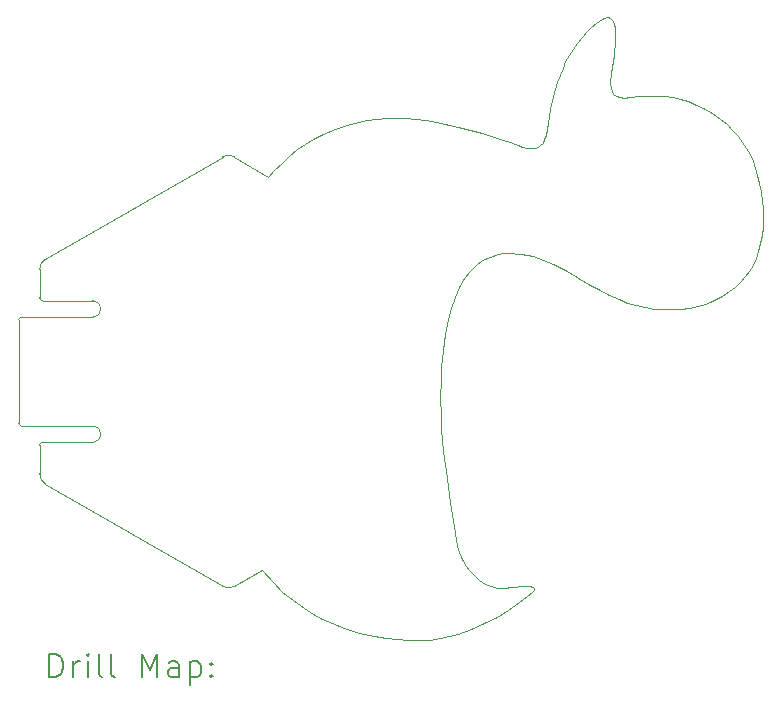
<source format=gbr>
%TF.GenerationSoftware,KiCad,Pcbnew,8.0.1*%
%TF.CreationDate,2024-04-19T19:32:59+01:00*%
%TF.ProjectId,le-carnard-bleu,6c652d63-6172-46e6-9172-642d626c6575,rev?*%
%TF.SameCoordinates,Original*%
%TF.FileFunction,Drillmap*%
%TF.FilePolarity,Positive*%
%FSLAX45Y45*%
G04 Gerber Fmt 4.5, Leading zero omitted, Abs format (unit mm)*
G04 Created by KiCad (PCBNEW 8.0.1) date 2024-04-19 19:32:59*
%MOMM*%
%LPD*%
G01*
G04 APERTURE LIST*
%ADD10C,0.050000*%
%ADD11C,0.100000*%
%ADD12C,0.200000*%
G04 APERTURE END LIST*
D10*
X14062362Y-11954187D02*
X13969174Y-12017915D01*
X13539312Y-7927927D02*
X13744995Y-7982254D01*
X15982345Y-8109788D02*
X16011429Y-8161501D01*
X16011429Y-8161501D02*
X16036590Y-8215497D01*
X16093503Y-8400858D02*
X16108487Y-8476580D01*
X13537757Y-11478174D02*
X13551874Y-11525647D01*
X13271338Y-7872823D02*
X13359603Y-7887603D01*
X14183028Y-11851274D02*
X14171638Y-11865920D01*
X14800575Y-6998886D02*
X14816168Y-6999422D01*
X12113350Y-8171475D02*
X12179888Y-8117483D01*
X12848353Y-7860675D02*
X12929211Y-7854865D01*
X14240381Y-8082381D02*
X14259191Y-8061102D01*
X14047946Y-8085048D02*
X14085411Y-8096157D01*
X13874914Y-12074548D02*
X13763503Y-12131912D01*
X14882621Y-7667105D02*
X14910846Y-7677166D01*
X14871594Y-7193538D02*
X14861194Y-7323810D01*
X14837861Y-7473988D02*
X14831992Y-7556670D01*
X10050000Y-9047373D02*
X11549999Y-8181347D01*
X15815912Y-7908412D02*
X15866597Y-7958670D01*
X15573794Y-9443232D02*
X15501091Y-9458841D01*
X16036590Y-8215497D02*
X16058325Y-8272744D01*
D11*
X10025000Y-9400000D02*
G75*
G02*
X10000000Y-9375000I0J25000D01*
G01*
D10*
X16123478Y-8616052D02*
X16124870Y-8692682D01*
X15222797Y-7664190D02*
X15292091Y-7668617D01*
X14631380Y-7119253D02*
X14671601Y-7079312D01*
X14086927Y-11817587D02*
X14145554Y-11816194D01*
X14274524Y-8032312D02*
X14286816Y-7995371D01*
X14817338Y-9350680D02*
X14727156Y-9304119D01*
X13748369Y-9058532D02*
X13691419Y-9098772D01*
X13985616Y-8057293D02*
X14021061Y-8073111D01*
X11974929Y-11785083D02*
X11887200Y-11684000D01*
X13825372Y-11818928D02*
X13875754Y-11830600D01*
X13097311Y-7855609D02*
X13183778Y-7862158D01*
X14186855Y-11829994D02*
X14188093Y-11839341D01*
X14074231Y-9003125D02*
X13970943Y-8997780D01*
X13387231Y-12259076D02*
X13302786Y-12269390D01*
X14286816Y-7995371D02*
X14296503Y-7949641D01*
X13636627Y-11680530D02*
X13666623Y-11714492D01*
X14125118Y-8104352D02*
X14158728Y-8107547D01*
X12141940Y-11934874D02*
X12054763Y-11862767D01*
X14910846Y-7677166D02*
X14948099Y-7681094D01*
X12479386Y-12131408D02*
X12394405Y-12093902D01*
X12054763Y-11862767D02*
X11974929Y-11785083D01*
X14862274Y-7055927D02*
X14868754Y-7092531D01*
X13392803Y-10214431D02*
X13394686Y-10364435D01*
X14003640Y-11826263D02*
X14086927Y-11817587D01*
X16102616Y-8910812D02*
X16084167Y-8977216D01*
X12394405Y-12093902D02*
X12317398Y-12053004D01*
X14829754Y-7004839D02*
X14841700Y-7015095D01*
X12048202Y-8230931D02*
X12113350Y-8171475D01*
X12770142Y-7870607D02*
X12848353Y-7860675D01*
X13394686Y-10364435D02*
X13400315Y-10486250D01*
X14467636Y-9151374D02*
X14348073Y-9089590D01*
X11549999Y-8181347D02*
G75*
G02*
X11649999Y-8181347I50000J-86602D01*
G01*
X15948843Y-8059390D02*
X15982345Y-8109788D01*
X15971140Y-9194653D02*
X15931268Y-9239223D01*
X14816168Y-6999422D02*
X14829754Y-7004839D01*
X15691083Y-7814349D02*
X15757312Y-7860233D01*
X10050000Y-10952627D02*
X11549999Y-11818652D01*
X16036032Y-9094899D02*
X16005909Y-9146734D01*
X15204192Y-9467177D02*
X15127871Y-9455711D01*
X15001643Y-7679037D02*
X15078743Y-7671147D01*
X14552186Y-7214545D02*
X14631380Y-7119253D01*
X16108487Y-8476580D02*
X16118248Y-8546164D01*
X13515578Y-11367133D02*
X13537757Y-11478174D01*
X15757312Y-7860233D02*
X15815912Y-7908412D01*
X13483215Y-9462263D02*
X13459835Y-9557089D01*
X15279559Y-9473218D02*
X15204192Y-9467177D01*
X14348073Y-9089590D02*
X14264845Y-9052755D01*
X14176663Y-9021976D02*
X14074231Y-9003125D01*
X14727156Y-9304119D02*
X14644357Y-9256271D01*
X13744995Y-7982254D02*
X13923347Y-8035632D01*
X13496642Y-11254126D02*
X13515578Y-11367133D01*
X13400282Y-9958356D02*
X13394668Y-10068364D01*
X15050480Y-9438815D02*
X14971906Y-9416483D01*
X14902917Y-9390089D02*
X14817338Y-9350680D01*
X10000000Y-9375000D02*
X10000000Y-9133975D01*
X13552497Y-9282909D02*
X13515740Y-9366677D01*
X16061966Y-9038581D02*
X16036032Y-9094899D01*
X14347488Y-7664969D02*
X14383264Y-7546891D01*
X14710830Y-7046401D02*
X14761909Y-7012629D01*
X14264845Y-9052755D02*
X14223372Y-9035973D01*
X14671601Y-7079312D02*
X14710830Y-7046401D01*
X16118248Y-8546164D02*
X16123478Y-8616052D01*
X13720142Y-11765203D02*
X13772240Y-11796515D01*
X13970943Y-8997780D02*
X13923163Y-9000664D01*
X13515740Y-9366677D02*
X13483215Y-9462263D01*
X16077130Y-8334208D02*
X16093503Y-8400858D01*
X14834399Y-7598878D02*
X14842619Y-7629128D01*
X13880191Y-9007515D02*
X13811183Y-9028238D01*
X15292091Y-7668617D02*
X15359771Y-7678353D01*
X12605107Y-7909403D02*
X12694966Y-7884663D01*
X15617514Y-7770977D02*
X15691083Y-7814349D01*
X12501456Y-7945627D02*
X12605107Y-7909403D01*
X13394668Y-10068364D02*
X13392803Y-10214431D01*
X13568472Y-11568820D02*
X13587899Y-11608493D01*
X13012326Y-7853177D02*
X13097311Y-7855609D01*
X12240216Y-12004769D02*
X12141940Y-11934874D01*
X14644357Y-9256271D02*
X14467636Y-9151374D01*
X10000000Y-9133975D02*
G75*
G02*
X10050002Y-9047376I100000J-5D01*
G01*
X12930146Y-12255301D02*
X12828532Y-12237937D01*
X14129788Y-11903861D02*
X14062362Y-11954187D01*
X10000000Y-10625000D02*
X10000000Y-10866024D01*
X14021061Y-8073111D02*
X14047946Y-8085048D01*
X12580485Y-12169464D02*
X12479386Y-12131408D01*
X13587899Y-11608493D02*
X13610501Y-11645463D01*
X14190586Y-8104964D02*
X14217658Y-8096788D01*
X14428294Y-7427009D02*
X14452319Y-7374708D01*
X14223372Y-9035973D02*
X14176663Y-9021976D01*
X12828532Y-12237937D02*
X12705801Y-12210029D01*
X12317398Y-12053004D02*
X12240216Y-12004769D01*
X13593811Y-9210586D02*
X13552497Y-9282909D01*
X13473731Y-11113634D02*
X13496642Y-11254126D01*
X15866597Y-7958670D02*
X15910426Y-8009340D01*
X15078743Y-7671147D02*
X15151734Y-7665043D01*
X15630080Y-9427358D02*
X15573794Y-9443232D01*
X14858183Y-7650758D02*
X14882621Y-7667105D01*
X15554711Y-7739711D02*
X15617514Y-7770977D01*
X14145554Y-11816194D02*
X14179337Y-11823106D01*
X13459835Y-9557089D02*
X13436595Y-9681099D01*
X14321046Y-7780936D02*
X14347488Y-7664969D01*
X14296503Y-7949641D02*
X14304022Y-7894481D01*
X16115161Y-8843968D02*
X16102616Y-8910812D01*
X14782611Y-7003275D02*
X14800575Y-6998886D01*
X16058325Y-8272744D02*
X16077130Y-8334208D01*
X14383264Y-7546891D02*
X14428294Y-7427009D01*
X15679096Y-9409418D02*
X15630080Y-9427358D01*
X16084167Y-8977216D02*
X16061966Y-9038581D01*
X13923347Y-8035632D02*
X13985616Y-8057293D01*
X13551874Y-11525647D02*
X13568472Y-11568820D01*
X14841700Y-7015095D02*
X14852369Y-7030149D01*
X13640009Y-9149332D02*
X13593811Y-9210586D01*
X11649999Y-8181347D02*
X11936000Y-8351000D01*
X15354088Y-9473839D02*
X15279559Y-9473218D01*
D11*
X10000000Y-10625000D02*
G75*
G02*
X10025000Y-10600000I25000J0D01*
G01*
D10*
X14179337Y-11823106D02*
X14186855Y-11829994D01*
X14481679Y-7320917D02*
X14552186Y-7214545D01*
X14452319Y-7374708D02*
X14481679Y-7320917D01*
X15127871Y-9455711D02*
X15050480Y-9438815D01*
X13302786Y-12269390D02*
X13214802Y-12274171D01*
X15490924Y-7713871D02*
X15554711Y-7739711D01*
X14085411Y-8096157D02*
X14125118Y-8104352D01*
X14188093Y-11839341D02*
X14183028Y-11851274D01*
X15885837Y-9281010D02*
X15834389Y-9320578D01*
X14868754Y-7092531D02*
X14871594Y-7193538D01*
X14217658Y-8096788D02*
X14240381Y-8082381D01*
X14761909Y-7012629D02*
X14782611Y-7003275D01*
X14158728Y-8107547D02*
X14190586Y-8104964D01*
X10050000Y-10952627D02*
G75*
G02*
X9999996Y-10866024I50000J86607D01*
G01*
X16124870Y-8692682D02*
X16122385Y-8772615D01*
X13415932Y-9819713D02*
X13400282Y-9958356D01*
X12399157Y-7987586D02*
X12501456Y-7945627D01*
X14171638Y-11865920D02*
X14129788Y-11903861D01*
X11936000Y-8351000D02*
X11985388Y-8294940D01*
X12705801Y-12210029D02*
X12580485Y-12169464D01*
X14259191Y-8061102D02*
X14274524Y-8032312D01*
X13923163Y-9000664D02*
X13880191Y-9007515D01*
X15501091Y-9458841D02*
X15427894Y-9469045D01*
X13610501Y-11645463D02*
X13636627Y-11680530D01*
X13772240Y-11796515D02*
X13825372Y-11818928D01*
X13811183Y-9028238D02*
X13748369Y-9058532D01*
X13400315Y-10486250D02*
X13418406Y-10672610D01*
X13436595Y-9681099D02*
X13415932Y-9819713D01*
X14831992Y-7556670D02*
X14834399Y-7598878D01*
X12929211Y-7854865D02*
X13012326Y-7853177D01*
X11649999Y-11818652D02*
G75*
G02*
X11549999Y-11818652I-50000J86602D01*
G01*
X13875754Y-11830600D02*
X13932229Y-11832666D01*
X13123333Y-12273417D02*
X13028430Y-12267128D01*
X15427894Y-9469045D02*
X15354088Y-9473839D01*
X13183778Y-7862158D02*
X13271338Y-7872823D01*
X15726129Y-9387200D02*
X15679096Y-9409418D01*
X13666623Y-11714492D02*
X13720142Y-11765203D01*
X13214802Y-12274171D02*
X13123333Y-12273417D01*
X13445265Y-10900767D02*
X13473731Y-11113634D01*
X15359771Y-7678353D02*
X15425997Y-7693429D01*
X13932229Y-11832666D02*
X14003640Y-11826263D01*
X13969174Y-12017915D02*
X13874914Y-12074548D01*
X13418406Y-10672610D02*
X13445265Y-10900767D01*
X13691419Y-9098772D02*
X13640009Y-9149332D01*
X12313356Y-8029531D02*
X12399157Y-7987586D01*
X13359603Y-7887603D02*
X13539312Y-7927927D01*
X12246871Y-8069864D02*
X12313356Y-8029531D01*
X15834389Y-9320578D02*
X15776467Y-9358496D01*
X15910426Y-8009340D02*
X15948843Y-8059390D01*
X16005909Y-9146734D02*
X15971140Y-9194653D01*
X15776467Y-9358496D02*
X15726129Y-9387200D01*
X14948099Y-7681094D02*
X15001643Y-7679037D01*
X11649999Y-11818652D02*
X11887200Y-11684000D01*
X14971906Y-9416483D02*
X14902917Y-9390089D01*
X15151734Y-7665043D02*
X15222797Y-7664190D01*
X14842619Y-7629128D02*
X14858183Y-7650758D01*
X13545300Y-12221851D02*
X13468087Y-12243229D01*
X12694966Y-7884663D02*
X12770142Y-7870607D01*
X12179888Y-8117483D02*
X12246871Y-8069864D01*
X14861194Y-7323810D02*
X14837861Y-7473988D01*
X15425997Y-7693429D02*
X15490924Y-7713871D01*
X15931268Y-9239223D02*
X15885837Y-9281010D01*
X13028430Y-12267128D02*
X12930146Y-12255301D01*
X13648958Y-12183261D02*
X13545300Y-12221851D01*
X14852369Y-7030149D02*
X14862274Y-7055927D01*
X16122385Y-8772615D02*
X16115161Y-8843968D01*
X13468087Y-12243229D02*
X13387231Y-12259076D01*
X11985388Y-8294940D02*
X12048202Y-8230931D01*
X14304022Y-7894481D02*
X14321046Y-7780936D01*
X13763503Y-12131912D02*
X13648958Y-12183261D01*
X9825000Y-10440000D02*
X9825000Y-9560000D01*
X10450000Y-9400000D02*
X10025000Y-9400000D01*
X10450000Y-9540000D02*
X9845000Y-9540000D01*
X10450000Y-10460000D02*
X9845000Y-10460000D01*
X10450000Y-10600000D02*
X10025000Y-10600000D01*
X9825000Y-9560000D02*
G75*
G02*
X9845000Y-9540000I20000J0D01*
G01*
X9845000Y-10460000D02*
G75*
G02*
X9825000Y-10440000I0J20000D01*
G01*
X10450000Y-9400000D02*
G75*
G02*
X10520000Y-9470000I0J-70000D01*
G01*
X10450000Y-10460000D02*
G75*
G02*
X10520000Y-10530000I0J-70000D01*
G01*
X10520000Y-9470000D02*
G75*
G02*
X10450000Y-9540000I-70000J0D01*
G01*
X10520000Y-10530000D02*
G75*
G02*
X10450000Y-10600000I-70000J0D01*
G01*
D12*
X10083277Y-12588155D02*
X10083277Y-12388155D01*
X10083277Y-12388155D02*
X10130896Y-12388155D01*
X10130896Y-12388155D02*
X10159467Y-12397678D01*
X10159467Y-12397678D02*
X10178515Y-12416726D01*
X10178515Y-12416726D02*
X10188039Y-12435774D01*
X10188039Y-12435774D02*
X10197563Y-12473869D01*
X10197563Y-12473869D02*
X10197563Y-12502440D01*
X10197563Y-12502440D02*
X10188039Y-12540536D01*
X10188039Y-12540536D02*
X10178515Y-12559583D01*
X10178515Y-12559583D02*
X10159467Y-12578631D01*
X10159467Y-12578631D02*
X10130896Y-12588155D01*
X10130896Y-12588155D02*
X10083277Y-12588155D01*
X10283277Y-12588155D02*
X10283277Y-12454821D01*
X10283277Y-12492917D02*
X10292801Y-12473869D01*
X10292801Y-12473869D02*
X10302324Y-12464345D01*
X10302324Y-12464345D02*
X10321372Y-12454821D01*
X10321372Y-12454821D02*
X10340420Y-12454821D01*
X10407086Y-12588155D02*
X10407086Y-12454821D01*
X10407086Y-12388155D02*
X10397563Y-12397678D01*
X10397563Y-12397678D02*
X10407086Y-12407202D01*
X10407086Y-12407202D02*
X10416610Y-12397678D01*
X10416610Y-12397678D02*
X10407086Y-12388155D01*
X10407086Y-12388155D02*
X10407086Y-12407202D01*
X10530896Y-12588155D02*
X10511848Y-12578631D01*
X10511848Y-12578631D02*
X10502324Y-12559583D01*
X10502324Y-12559583D02*
X10502324Y-12388155D01*
X10635658Y-12588155D02*
X10616610Y-12578631D01*
X10616610Y-12578631D02*
X10607086Y-12559583D01*
X10607086Y-12559583D02*
X10607086Y-12388155D01*
X10864229Y-12588155D02*
X10864229Y-12388155D01*
X10864229Y-12388155D02*
X10930896Y-12531012D01*
X10930896Y-12531012D02*
X10997563Y-12388155D01*
X10997563Y-12388155D02*
X10997563Y-12588155D01*
X11178515Y-12588155D02*
X11178515Y-12483393D01*
X11178515Y-12483393D02*
X11168991Y-12464345D01*
X11168991Y-12464345D02*
X11149944Y-12454821D01*
X11149944Y-12454821D02*
X11111848Y-12454821D01*
X11111848Y-12454821D02*
X11092801Y-12464345D01*
X11178515Y-12578631D02*
X11159467Y-12588155D01*
X11159467Y-12588155D02*
X11111848Y-12588155D01*
X11111848Y-12588155D02*
X11092801Y-12578631D01*
X11092801Y-12578631D02*
X11083277Y-12559583D01*
X11083277Y-12559583D02*
X11083277Y-12540536D01*
X11083277Y-12540536D02*
X11092801Y-12521488D01*
X11092801Y-12521488D02*
X11111848Y-12511964D01*
X11111848Y-12511964D02*
X11159467Y-12511964D01*
X11159467Y-12511964D02*
X11178515Y-12502440D01*
X11273753Y-12454821D02*
X11273753Y-12654821D01*
X11273753Y-12464345D02*
X11292801Y-12454821D01*
X11292801Y-12454821D02*
X11330896Y-12454821D01*
X11330896Y-12454821D02*
X11349943Y-12464345D01*
X11349943Y-12464345D02*
X11359467Y-12473869D01*
X11359467Y-12473869D02*
X11368991Y-12492917D01*
X11368991Y-12492917D02*
X11368991Y-12550059D01*
X11368991Y-12550059D02*
X11359467Y-12569107D01*
X11359467Y-12569107D02*
X11349943Y-12578631D01*
X11349943Y-12578631D02*
X11330896Y-12588155D01*
X11330896Y-12588155D02*
X11292801Y-12588155D01*
X11292801Y-12588155D02*
X11273753Y-12578631D01*
X11454705Y-12569107D02*
X11464229Y-12578631D01*
X11464229Y-12578631D02*
X11454705Y-12588155D01*
X11454705Y-12588155D02*
X11445182Y-12578631D01*
X11445182Y-12578631D02*
X11454705Y-12569107D01*
X11454705Y-12569107D02*
X11454705Y-12588155D01*
X11454705Y-12464345D02*
X11464229Y-12473869D01*
X11464229Y-12473869D02*
X11454705Y-12483393D01*
X11454705Y-12483393D02*
X11445182Y-12473869D01*
X11445182Y-12473869D02*
X11454705Y-12464345D01*
X11454705Y-12464345D02*
X11454705Y-12483393D01*
M02*

</source>
